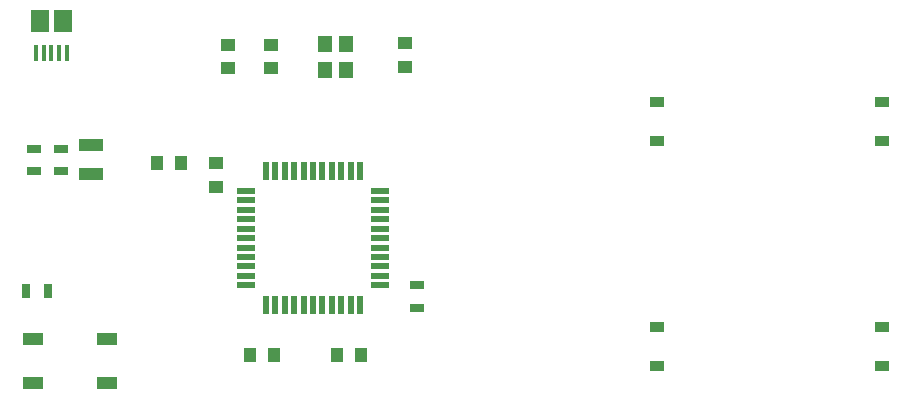
<source format=gbr>
G04 #@! TF.GenerationSoftware,KiCad,Pcbnew,(6.0.0-rc1-dev-1574-g3a1e66dba-dirty)*
G04 #@! TF.CreationDate,2019-01-27T21:49:17+01:00
G04 #@! TF.ProjectId,ai03_tutorial,61693033-5f74-4757-946f-7269616c2e6b,rev?*
G04 #@! TF.SameCoordinates,Original*
G04 #@! TF.FileFunction,Paste,Bot*
G04 #@! TF.FilePolarity,Positive*
%FSLAX46Y46*%
G04 Gerber Fmt 4.6, Leading zero omitted, Abs format (unit mm)*
G04 Created by KiCad (PCBNEW (6.0.0-rc1-dev-1574-g3a1e66dba-dirty)) date 2019 January 27, Sunday 21:49:17*
%MOMM*%
%LPD*%
G04 APERTURE LIST*
%ADD10R,1.000000X1.250000*%
%ADD11R,1.250000X1.000000*%
%ADD12R,1.200000X0.900000*%
%ADD13R,2.029460X1.140460*%
%ADD14R,1.300000X0.700000*%
%ADD15R,0.700000X1.300000*%
%ADD16R,1.800000X1.100000*%
%ADD17R,1.500000X0.550000*%
%ADD18R,0.550000X1.500000*%
%ADD19R,1.200000X1.400000*%
%ADD20R,1.500000X1.900000*%
%ADD21R,0.400000X1.350000*%
G04 APERTURE END LIST*
D10*
X115046000Y-105791000D03*
X113046000Y-105791000D03*
X122412000Y-105791000D03*
X120412000Y-105791000D03*
D11*
X114808000Y-79518000D03*
X114808000Y-81518000D03*
X111125000Y-79502000D03*
X111125000Y-81502000D03*
X110109000Y-91551000D03*
X110109000Y-89551000D03*
D10*
X107156000Y-89535000D03*
X105156000Y-89535000D03*
D12*
X147447000Y-87628000D03*
X147447000Y-84328000D03*
X147447000Y-106678000D03*
X147447000Y-103378000D03*
X166497000Y-84328000D03*
X166497000Y-87628000D03*
X166497000Y-103378000D03*
X166497000Y-106678000D03*
D13*
X99568000Y-90418920D03*
X99568000Y-88011000D03*
D14*
X97028000Y-90231000D03*
X97028000Y-88331000D03*
X94742000Y-88331000D03*
X94742000Y-90231000D03*
D15*
X95946000Y-100330000D03*
X94046000Y-100330000D03*
D14*
X127127000Y-101788000D03*
X127127000Y-99888000D03*
D16*
X100890000Y-104449000D03*
X94690000Y-108149000D03*
X100890000Y-108149000D03*
X94690000Y-104449000D03*
D17*
X112664000Y-99885000D03*
X112664000Y-99085000D03*
X112664000Y-98285000D03*
X112664000Y-97485000D03*
X112664000Y-96685000D03*
X112664000Y-95885000D03*
X112664000Y-95085000D03*
X112664000Y-94285000D03*
X112664000Y-93485000D03*
X112664000Y-92685000D03*
X112664000Y-91885000D03*
D18*
X114364000Y-90185000D03*
X115164000Y-90185000D03*
X115964000Y-90185000D03*
X116764000Y-90185000D03*
X117564000Y-90185000D03*
X118364000Y-90185000D03*
X119164000Y-90185000D03*
X119964000Y-90185000D03*
X120764000Y-90185000D03*
X121564000Y-90185000D03*
X122364000Y-90185000D03*
D17*
X124064000Y-91885000D03*
X124064000Y-92685000D03*
X124064000Y-93485000D03*
X124064000Y-94285000D03*
X124064000Y-95085000D03*
X124064000Y-95885000D03*
X124064000Y-96685000D03*
X124064000Y-97485000D03*
X124064000Y-98285000D03*
X124064000Y-99085000D03*
X124064000Y-99885000D03*
D18*
X122364000Y-101585000D03*
X121564000Y-101585000D03*
X120764000Y-101585000D03*
X119964000Y-101585000D03*
X119164000Y-101585000D03*
X118364000Y-101585000D03*
X117564000Y-101585000D03*
X116764000Y-101585000D03*
X115964000Y-101585000D03*
X115164000Y-101585000D03*
X114364000Y-101585000D03*
D19*
X121119000Y-79418000D03*
X121119000Y-81618000D03*
X119419000Y-81618000D03*
X119419000Y-79418000D03*
D11*
X126111000Y-81391000D03*
X126111000Y-79391000D03*
D20*
X97210000Y-77470000D03*
D21*
X95560000Y-80170000D03*
X94910000Y-80170000D03*
X97510000Y-80170000D03*
X96860000Y-80170000D03*
X96210000Y-80170000D03*
D20*
X95210000Y-77470000D03*
M02*

</source>
